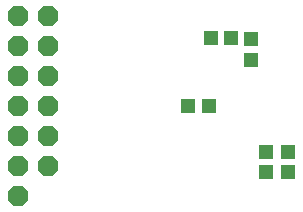
<source format=gbs>
G75*
%MOIN*%
%OFA0B0*%
%FSLAX25Y25*%
%IPPOS*%
%LPD*%
%AMOC8*
5,1,8,0,0,1.08239X$1,22.5*
%
%ADD10R,0.05052X0.04934*%
%ADD11R,0.04934X0.05052*%
%ADD12R,0.04737X0.05131*%
%ADD13R,0.05131X0.04737*%
%ADD14OC8,0.06800*%
D10*
X0100550Y0115640D03*
X0100550Y0122530D03*
X0095550Y0153140D03*
X0095550Y0160030D03*
D11*
X0081495Y0137835D03*
X0074605Y0137835D03*
D12*
X0082204Y0160335D03*
X0088896Y0160335D03*
D13*
X0108050Y0122432D03*
X0108050Y0115739D03*
D14*
X0018050Y0107835D03*
X0018050Y0117835D03*
X0018050Y0127835D03*
X0018050Y0137835D03*
X0018050Y0147835D03*
X0018050Y0157835D03*
X0018050Y0167835D03*
X0028050Y0167835D03*
X0028050Y0157835D03*
X0028050Y0147835D03*
X0028050Y0137835D03*
X0028050Y0127835D03*
X0028050Y0117835D03*
M02*

</source>
